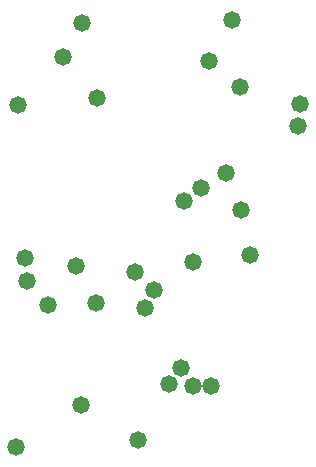
<source format=gbs>
G04 Layer_Color=16711935*
%FSLAX43Y43*%
%MOMM*%
G71*
G01*
G75*
%ADD53C,1.473*%
D53*
X73406Y98171D02*
D03*
X74168Y94361D02*
D03*
X64643Y78740D02*
D03*
X55118Y94107D02*
D03*
X64389Y92964D02*
D03*
X59436Y93472D02*
D03*
X72136Y101346D02*
D03*
X73279Y108585D02*
D03*
X72644Y114300D02*
D03*
X61214Y107696D02*
D03*
X58293Y111125D02*
D03*
X59944Y114046D02*
D03*
X59817Y81661D02*
D03*
X70866Y83312D02*
D03*
X68580Y98933D02*
D03*
X61087Y90297D02*
D03*
X69977Y100076D02*
D03*
X54483Y107045D02*
D03*
X78359Y107188D02*
D03*
X78232Y105283D02*
D03*
X70687Y110819D02*
D03*
X69291Y93802D02*
D03*
X67310Y83439D02*
D03*
X69291Y83312D02*
D03*
X68291Y84836D02*
D03*
X66040Y91440D02*
D03*
X65278Y89916D02*
D03*
X54356Y78105D02*
D03*
X57023Y90170D02*
D03*
X55245Y92202D02*
D03*
M02*

</source>
